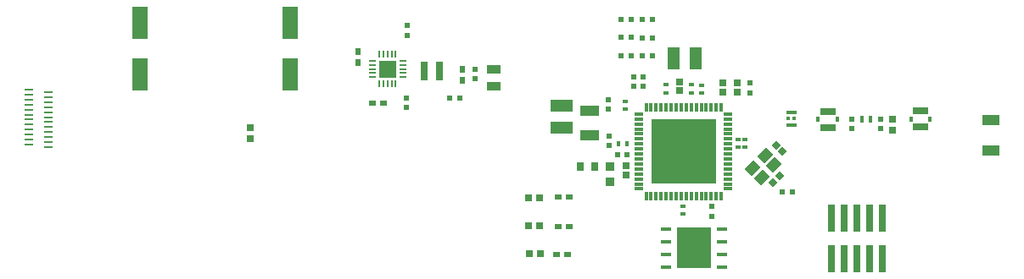
<source format=gbr>
%TF.GenerationSoftware,Altium Limited,Altium Designer,20.0.13 (296)*%
G04 Layer_Color=8421504*
%FSLAX45Y45*%
%MOMM*%
%TF.FileFunction,Paste,Top*%
%TF.Part,Single*%
G01*
G75*
%TA.AperFunction,SMDPad,CuDef*%
%ADD16R,1.65000X3.25000*%
%ADD17R,3.50000X4.10000*%
%ADD18R,1.10000X0.45000*%
%ADD19R,0.95000X0.90000*%
%ADD20R,0.75000X0.75000*%
%ADD21R,0.75000X0.60000*%
%ADD22R,0.60000X0.70000*%
%ADD23R,6.40000X6.40000*%
%ADD24R,0.85000X0.30000*%
%ADD25R,0.30000X0.85000*%
%ADD26R,1.75000X1.75000*%
%ADD27R,0.20000X0.80000*%
%ADD28R,0.80000X0.20000*%
%ADD29R,0.40000X0.50000*%
%ADD30R,1.50000X0.70000*%
%ADD31R,0.35000X0.65000*%
%ADD32R,0.75000X0.65000*%
%ADD33R,2.20000X1.25000*%
%ADD34R,0.66040X1.85420*%
%ADD35R,0.47500X0.50000*%
%ADD36R,0.65000X0.90000*%
G04:AMPARAMS|DCode=37|XSize=1.2mm|YSize=1mm|CornerRadius=0mm|HoleSize=0mm|Usage=FLASHONLY|Rotation=45.000|XOffset=0mm|YOffset=0mm|HoleType=Round|Shape=Rectangle|*
%AMROTATEDRECTD37*
4,1,4,-0.07071,-0.77782,-0.77782,-0.07071,0.07071,0.77782,0.77782,0.07071,-0.07071,-0.77782,0.0*
%
%ADD37ROTATEDRECTD37*%

%ADD38R,1.00000X0.45000*%
%ADD39R,0.35000X0.35000*%
%ADD40R,0.65000X2.76000*%
%ADD41R,1.47000X0.97000*%
%ADD42R,0.72000X0.69000*%
%ADD43R,0.68000X0.68000*%
%ADD44R,0.62000X0.60000*%
%ADD45R,0.50000X0.40000*%
%TA.AperFunction,ConnectorPad*%
%ADD46R,1.80000X1.10000*%
%TA.AperFunction,SMDPad,CuDef*%
%ADD47R,1.90000X1.10000*%
%TA.AperFunction,ConnectorPad*%
%ADD48R,0.90000X0.25400*%
%TA.AperFunction,SMDPad,CuDef*%
G04:AMPARAMS|DCode=49|XSize=0.62mm|YSize=0.6mm|CornerRadius=0mm|HoleSize=0mm|Usage=FLASHONLY|Rotation=135.000|XOffset=0mm|YOffset=0mm|HoleType=Round|Shape=Rectangle|*
%AMROTATEDRECTD49*
4,1,4,0.43134,-0.00707,0.00707,-0.43134,-0.43134,0.00707,-0.00707,0.43134,0.43134,-0.00707,0.0*
%
%ADD49ROTATEDRECTD49*%

G04:AMPARAMS|DCode=50|XSize=0.62mm|YSize=0.6mm|CornerRadius=0mm|HoleSize=0mm|Usage=FLASHONLY|Rotation=45.000|XOffset=0mm|YOffset=0mm|HoleType=Round|Shape=Rectangle|*
%AMROTATEDRECTD50*
4,1,4,-0.00707,-0.43134,-0.43134,-0.00707,0.00707,0.43134,0.43134,0.00707,-0.00707,-0.43134,0.0*
%
%ADD50ROTATEDRECTD50*%

%ADD51R,0.60000X0.62000*%
%ADD52R,1.25000X2.20000*%
%ADD53R,0.65000X0.75000*%
%ADD54R,0.60000X0.75000*%
%ADD55R,0.50000X0.47500*%
D16*
X3400000Y6040000D02*
D03*
Y6560000D02*
D03*
X4900000Y6040000D02*
D03*
Y6560000D02*
D03*
D17*
X8928000Y4304000D02*
D03*
D18*
X8648000Y4113500D02*
D03*
Y4240500D02*
D03*
Y4367500D02*
D03*
Y4494500D02*
D03*
X9208000D02*
D03*
Y4367500D02*
D03*
Y4240500D02*
D03*
Y4113500D02*
D03*
D19*
X8090000Y5115000D02*
D03*
Y4965000D02*
D03*
D20*
X10910000Y5589000D02*
D03*
Y5479000D02*
D03*
D21*
X7672000Y4240000D02*
D03*
X7562000D02*
D03*
X5722045Y5756604D02*
D03*
X5832045D02*
D03*
X7685000Y4810000D02*
D03*
X7575000D02*
D03*
X7688000Y4520000D02*
D03*
X7578000D02*
D03*
D22*
X6615045Y6088604D02*
D03*
Y5978604D02*
D03*
D23*
X8827179Y5268743D02*
D03*
D24*
X8382179Y4893743D02*
D03*
Y4943743D02*
D03*
Y4993743D02*
D03*
Y5043743D02*
D03*
Y5093743D02*
D03*
Y5143743D02*
D03*
Y5193743D02*
D03*
Y5243743D02*
D03*
Y5293743D02*
D03*
Y5343743D02*
D03*
Y5393743D02*
D03*
Y5443743D02*
D03*
Y5493743D02*
D03*
Y5543743D02*
D03*
Y5593743D02*
D03*
Y5643743D02*
D03*
X9272179D02*
D03*
Y5593743D02*
D03*
Y5543743D02*
D03*
Y5493743D02*
D03*
Y5443743D02*
D03*
Y5393743D02*
D03*
Y5343743D02*
D03*
Y5293743D02*
D03*
Y5243743D02*
D03*
Y5193743D02*
D03*
Y5143743D02*
D03*
Y5093743D02*
D03*
Y5043743D02*
D03*
Y4993743D02*
D03*
Y4943743D02*
D03*
Y4893743D02*
D03*
D25*
X8452179Y5713743D02*
D03*
X8502179D02*
D03*
X8552179D02*
D03*
X8602179D02*
D03*
X8652179D02*
D03*
X8702179D02*
D03*
X8752179D02*
D03*
X8802179D02*
D03*
X8852179D02*
D03*
X8902179D02*
D03*
X8952179D02*
D03*
X9002179D02*
D03*
X9052179D02*
D03*
X9102179D02*
D03*
X9152179D02*
D03*
X9202179D02*
D03*
Y4823743D02*
D03*
X9152179D02*
D03*
X9102179D02*
D03*
X9052179D02*
D03*
X9002179D02*
D03*
X8952179D02*
D03*
X8902179D02*
D03*
X8852179D02*
D03*
X8802179D02*
D03*
X8752179D02*
D03*
X8702179D02*
D03*
X8652179D02*
D03*
X8602179D02*
D03*
X8552179D02*
D03*
X8502179D02*
D03*
X8452179D02*
D03*
D26*
X5872000Y6095000D02*
D03*
D27*
X5792000Y6245000D02*
D03*
X5832000D02*
D03*
X5872000D02*
D03*
X5912000D02*
D03*
X5952000D02*
D03*
Y5945000D02*
D03*
X5912000D02*
D03*
X5872000D02*
D03*
X5832000D02*
D03*
X5792000D02*
D03*
D28*
X6022000Y6175000D02*
D03*
Y6135000D02*
D03*
Y6095000D02*
D03*
Y6055000D02*
D03*
Y6015000D02*
D03*
X5722000D02*
D03*
Y6055000D02*
D03*
Y6095000D02*
D03*
Y6135000D02*
D03*
Y6175000D02*
D03*
D29*
X11285000Y5593000D02*
D03*
X11095000D02*
D03*
X10169044Y5588744D02*
D03*
X10359044D02*
D03*
X8259000Y5344000D02*
D03*
X8179000D02*
D03*
D30*
X11190000Y5673000D02*
D03*
Y5513000D02*
D03*
X10264044Y5508744D02*
D03*
Y5668744D02*
D03*
D31*
X10689500Y5592000D02*
D03*
X10604500D02*
D03*
D32*
X7289000Y4243000D02*
D03*
X7399000D02*
D03*
X7281000Y4807000D02*
D03*
X7391000D02*
D03*
X7276000Y4522000D02*
D03*
X7386000D02*
D03*
D33*
X7607000Y5504000D02*
D03*
Y5724000D02*
D03*
D34*
X6390045Y6070604D02*
D03*
X6235105D02*
D03*
D35*
X9808750Y4860000D02*
D03*
X9911250D02*
D03*
X6490045Y5805604D02*
D03*
X6592446D02*
D03*
X8414750Y6589001D02*
D03*
X8517250D02*
D03*
X8517329Y6408000D02*
D03*
X8414828D02*
D03*
X8414750Y6226000D02*
D03*
X8517250D02*
D03*
X8302163Y6588541D02*
D03*
X8199663D02*
D03*
X8198578Y6410000D02*
D03*
X8301079D02*
D03*
X8300750Y6226000D02*
D03*
X8198250D02*
D03*
D36*
X7797500Y5120000D02*
D03*
X7942500D02*
D03*
D37*
X9517235Y5103122D02*
D03*
X9637443Y5223330D02*
D03*
X9729367Y5131407D02*
D03*
X9609159Y5011198D02*
D03*
D38*
X9899800Y5531694D02*
D03*
Y5661694D02*
D03*
D39*
X9932300Y5596694D02*
D03*
X9867300D02*
D03*
D40*
X10300000Y4600000D02*
D03*
X10427000D02*
D03*
X10808000D02*
D03*
X10681000D02*
D03*
X10554000D02*
D03*
X10300000Y4196000D02*
D03*
X10427000D02*
D03*
X10808000D02*
D03*
X10681000D02*
D03*
X10554000D02*
D03*
D41*
X6931045Y5922604D02*
D03*
Y6088604D02*
D03*
D42*
X9221000Y5957000D02*
D03*
Y5865000D02*
D03*
D43*
X8250000Y5125000D02*
D03*
Y5035000D02*
D03*
X8786000Y5968000D02*
D03*
Y5878000D02*
D03*
X9361000Y5955000D02*
D03*
Y5865000D02*
D03*
D44*
X6749045Y5995604D02*
D03*
Y6087604D02*
D03*
X8078770Y5784195D02*
D03*
Y5692195D02*
D03*
X8082000Y5326000D02*
D03*
Y5418000D02*
D03*
X10507000Y5499000D02*
D03*
Y5591000D02*
D03*
X10789000Y5499000D02*
D03*
Y5591000D02*
D03*
X6063046Y5713604D02*
D03*
Y5805604D02*
D03*
X8326000Y6016000D02*
D03*
Y5924000D02*
D03*
X8423000Y6016000D02*
D03*
Y5924000D02*
D03*
D45*
X8654000Y5858000D02*
D03*
Y5938000D02*
D03*
X8901000Y5937000D02*
D03*
Y5857000D02*
D03*
X8245000Y5772000D02*
D03*
Y5692000D02*
D03*
X8820000Y4720000D02*
D03*
Y4640000D02*
D03*
X9370000Y5390000D02*
D03*
Y5310000D02*
D03*
X9440000D02*
D03*
Y5390000D02*
D03*
X9006000Y5934000D02*
D03*
Y5854000D02*
D03*
D46*
X11890000Y5280000D02*
D03*
Y5580000D02*
D03*
D47*
X7891786Y5679808D02*
D03*
Y5429808D02*
D03*
D48*
X2292500Y5337500D02*
D03*
Y5387500D02*
D03*
Y5437500D02*
D03*
Y5487500D02*
D03*
Y5537500D02*
D03*
Y5587500D02*
D03*
Y5637500D02*
D03*
Y5687500D02*
D03*
Y5737500D02*
D03*
Y5787500D02*
D03*
Y5837500D02*
D03*
Y5887500D02*
D03*
X2482500Y5312500D02*
D03*
Y5362500D02*
D03*
Y5412500D02*
D03*
Y5462500D02*
D03*
Y5512500D02*
D03*
Y5562500D02*
D03*
Y5612500D02*
D03*
Y5662500D02*
D03*
Y5712500D02*
D03*
Y5762500D02*
D03*
Y5812500D02*
D03*
Y5862500D02*
D03*
D49*
X9782527Y5022527D02*
D03*
X9717473Y4957473D02*
D03*
D50*
X9812527Y5267473D02*
D03*
X9747473Y5332527D02*
D03*
D51*
X8169000Y5236000D02*
D03*
X8261000D02*
D03*
D52*
X8728000Y6202000D02*
D03*
X8948000D02*
D03*
D53*
X4500000Y5510000D02*
D03*
Y5400000D02*
D03*
D54*
X5580045Y6156604D02*
D03*
Y6266604D02*
D03*
D55*
X6071046Y6530854D02*
D03*
Y6428354D02*
D03*
X9104000Y4723000D02*
D03*
Y4620500D02*
D03*
X9490000Y5955250D02*
D03*
Y5852750D02*
D03*
%TF.MD5,9868cd626c93d2db0a8927fe1c99bb14*%
M02*

</source>
